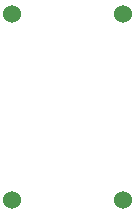
<source format=gtp>
%FSLAX25Y25*%
%MOIN*%
G70*
G01*
G75*
G04 Layer_Color=8421504*
%ADD10C,0.06000*%
%ADD11C,0.01000*%
%ADD12R,0.05000X0.05000*%
%ADD13C,0.05000*%
D10*
X199000Y290000D02*
D03*
X236000D02*
D03*
Y352000D02*
D03*
X199000D02*
D03*
M02*

</source>
